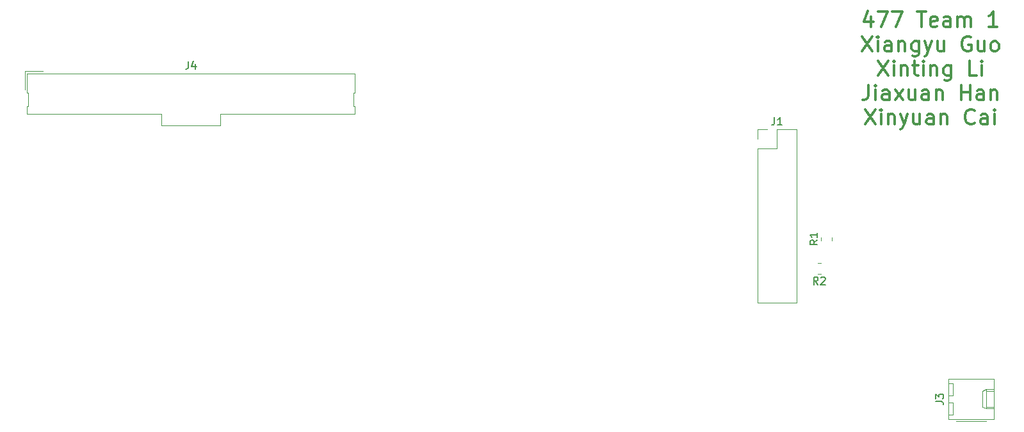
<source format=gbr>
%TF.GenerationSoftware,KiCad,Pcbnew,(6.0.4)*%
%TF.CreationDate,2023-03-10T15:04:28-05:00*%
%TF.ProjectId,Pi_part,50695f70-6172-4742-9e6b-696361645f70,v01*%
%TF.SameCoordinates,Original*%
%TF.FileFunction,Legend,Top*%
%TF.FilePolarity,Positive*%
%FSLAX46Y46*%
G04 Gerber Fmt 4.6, Leading zero omitted, Abs format (unit mm)*
G04 Created by KiCad (PCBNEW (6.0.4)) date 2023-03-10 15:04:28*
%MOMM*%
%LPD*%
G01*
G04 APERTURE LIST*
%ADD10C,0.300000*%
%ADD11C,0.150000*%
%ADD12C,0.120000*%
G04 APERTURE END LIST*
D10*
X201970359Y-70957377D02*
X201970359Y-72290710D01*
X201494168Y-70195472D02*
X201017978Y-71624044D01*
X202256073Y-71624044D01*
X202827502Y-70290710D02*
X204160835Y-70290710D01*
X203303692Y-72290710D01*
X204732263Y-70290710D02*
X206065597Y-70290710D01*
X205208454Y-72290710D01*
X208065597Y-70290710D02*
X209208454Y-70290710D01*
X208637025Y-72290710D02*
X208637025Y-70290710D01*
X210637025Y-72195472D02*
X210446549Y-72290710D01*
X210065597Y-72290710D01*
X209875121Y-72195472D01*
X209779882Y-72004996D01*
X209779882Y-71243091D01*
X209875121Y-71052615D01*
X210065597Y-70957377D01*
X210446549Y-70957377D01*
X210637025Y-71052615D01*
X210732263Y-71243091D01*
X210732263Y-71433568D01*
X209779882Y-71624044D01*
X212446549Y-72290710D02*
X212446549Y-71243091D01*
X212351311Y-71052615D01*
X212160835Y-70957377D01*
X211779882Y-70957377D01*
X211589406Y-71052615D01*
X212446549Y-72195472D02*
X212256073Y-72290710D01*
X211779882Y-72290710D01*
X211589406Y-72195472D01*
X211494168Y-72004996D01*
X211494168Y-71814520D01*
X211589406Y-71624044D01*
X211779882Y-71528806D01*
X212256073Y-71528806D01*
X212446549Y-71433568D01*
X213398930Y-72290710D02*
X213398930Y-70957377D01*
X213398930Y-71147853D02*
X213494168Y-71052615D01*
X213684644Y-70957377D01*
X213970359Y-70957377D01*
X214160835Y-71052615D01*
X214256073Y-71243091D01*
X214256073Y-72290710D01*
X214256073Y-71243091D02*
X214351311Y-71052615D01*
X214541787Y-70957377D01*
X214827502Y-70957377D01*
X215017978Y-71052615D01*
X215113216Y-71243091D01*
X215113216Y-72290710D01*
X218637025Y-72290710D02*
X217494168Y-72290710D01*
X218065597Y-72290710D02*
X218065597Y-70290710D01*
X217875121Y-70576425D01*
X217684644Y-70766901D01*
X217494168Y-70862139D01*
X200732263Y-73510710D02*
X202065597Y-75510710D01*
X202065597Y-73510710D02*
X200732263Y-75510710D01*
X202827502Y-75510710D02*
X202827502Y-74177377D01*
X202827502Y-73510710D02*
X202732263Y-73605949D01*
X202827502Y-73701187D01*
X202922740Y-73605949D01*
X202827502Y-73510710D01*
X202827502Y-73701187D01*
X204637025Y-75510710D02*
X204637025Y-74463091D01*
X204541787Y-74272615D01*
X204351311Y-74177377D01*
X203970359Y-74177377D01*
X203779882Y-74272615D01*
X204637025Y-75415472D02*
X204446549Y-75510710D01*
X203970359Y-75510710D01*
X203779882Y-75415472D01*
X203684644Y-75224996D01*
X203684644Y-75034520D01*
X203779882Y-74844044D01*
X203970359Y-74748806D01*
X204446549Y-74748806D01*
X204637025Y-74653568D01*
X205589406Y-74177377D02*
X205589406Y-75510710D01*
X205589406Y-74367853D02*
X205684644Y-74272615D01*
X205875121Y-74177377D01*
X206160835Y-74177377D01*
X206351311Y-74272615D01*
X206446549Y-74463091D01*
X206446549Y-75510710D01*
X208256073Y-74177377D02*
X208256073Y-75796425D01*
X208160835Y-75986901D01*
X208065597Y-76082139D01*
X207875121Y-76177377D01*
X207589406Y-76177377D01*
X207398930Y-76082139D01*
X208256073Y-75415472D02*
X208065597Y-75510710D01*
X207684644Y-75510710D01*
X207494168Y-75415472D01*
X207398930Y-75320234D01*
X207303692Y-75129758D01*
X207303692Y-74558329D01*
X207398930Y-74367853D01*
X207494168Y-74272615D01*
X207684644Y-74177377D01*
X208065597Y-74177377D01*
X208256073Y-74272615D01*
X209017978Y-74177377D02*
X209494168Y-75510710D01*
X209970359Y-74177377D02*
X209494168Y-75510710D01*
X209303692Y-75986901D01*
X209208454Y-76082139D01*
X209017978Y-76177377D01*
X211589406Y-74177377D02*
X211589406Y-75510710D01*
X210732263Y-74177377D02*
X210732263Y-75224996D01*
X210827502Y-75415472D01*
X211017978Y-75510710D01*
X211303692Y-75510710D01*
X211494168Y-75415472D01*
X211589406Y-75320234D01*
X215113216Y-73605949D02*
X214922740Y-73510710D01*
X214637025Y-73510710D01*
X214351311Y-73605949D01*
X214160835Y-73796425D01*
X214065597Y-73986901D01*
X213970359Y-74367853D01*
X213970359Y-74653568D01*
X214065597Y-75034520D01*
X214160835Y-75224996D01*
X214351311Y-75415472D01*
X214637025Y-75510710D01*
X214827502Y-75510710D01*
X215113216Y-75415472D01*
X215208454Y-75320234D01*
X215208454Y-74653568D01*
X214827502Y-74653568D01*
X216922740Y-74177377D02*
X216922740Y-75510710D01*
X216065597Y-74177377D02*
X216065597Y-75224996D01*
X216160835Y-75415472D01*
X216351311Y-75510710D01*
X216637025Y-75510710D01*
X216827502Y-75415472D01*
X216922740Y-75320234D01*
X218160835Y-75510710D02*
X217970359Y-75415472D01*
X217875121Y-75320234D01*
X217779882Y-75129758D01*
X217779882Y-74558329D01*
X217875121Y-74367853D01*
X217970359Y-74272615D01*
X218160835Y-74177377D01*
X218446549Y-74177377D01*
X218637025Y-74272615D01*
X218732263Y-74367853D01*
X218827502Y-74558329D01*
X218827502Y-75129758D01*
X218732263Y-75320234D01*
X218637025Y-75415472D01*
X218446549Y-75510710D01*
X218160835Y-75510710D01*
X202875121Y-76730710D02*
X204208454Y-78730710D01*
X204208454Y-76730710D02*
X202875121Y-78730710D01*
X204970359Y-78730710D02*
X204970359Y-77397377D01*
X204970359Y-76730710D02*
X204875121Y-76825949D01*
X204970359Y-76921187D01*
X205065597Y-76825949D01*
X204970359Y-76730710D01*
X204970359Y-76921187D01*
X205922740Y-77397377D02*
X205922740Y-78730710D01*
X205922740Y-77587853D02*
X206017978Y-77492615D01*
X206208454Y-77397377D01*
X206494168Y-77397377D01*
X206684644Y-77492615D01*
X206779882Y-77683091D01*
X206779882Y-78730710D01*
X207446549Y-77397377D02*
X208208454Y-77397377D01*
X207732263Y-76730710D02*
X207732263Y-78444996D01*
X207827502Y-78635472D01*
X208017978Y-78730710D01*
X208208454Y-78730710D01*
X208875121Y-78730710D02*
X208875121Y-77397377D01*
X208875121Y-76730710D02*
X208779882Y-76825949D01*
X208875121Y-76921187D01*
X208970359Y-76825949D01*
X208875121Y-76730710D01*
X208875121Y-76921187D01*
X209827502Y-77397377D02*
X209827502Y-78730710D01*
X209827502Y-77587853D02*
X209922740Y-77492615D01*
X210113216Y-77397377D01*
X210398930Y-77397377D01*
X210589406Y-77492615D01*
X210684644Y-77683091D01*
X210684644Y-78730710D01*
X212494168Y-77397377D02*
X212494168Y-79016425D01*
X212398930Y-79206901D01*
X212303692Y-79302139D01*
X212113216Y-79397377D01*
X211827502Y-79397377D01*
X211637025Y-79302139D01*
X212494168Y-78635472D02*
X212303692Y-78730710D01*
X211922740Y-78730710D01*
X211732263Y-78635472D01*
X211637025Y-78540234D01*
X211541787Y-78349758D01*
X211541787Y-77778329D01*
X211637025Y-77587853D01*
X211732263Y-77492615D01*
X211922740Y-77397377D01*
X212303692Y-77397377D01*
X212494168Y-77492615D01*
X215922740Y-78730710D02*
X214970359Y-78730710D01*
X214970359Y-76730710D01*
X216589406Y-78730710D02*
X216589406Y-77397377D01*
X216589406Y-76730710D02*
X216494168Y-76825949D01*
X216589406Y-76921187D01*
X216684644Y-76825949D01*
X216589406Y-76730710D01*
X216589406Y-76921187D01*
X201589406Y-79950710D02*
X201589406Y-81379282D01*
X201494168Y-81664996D01*
X201303692Y-81855472D01*
X201017978Y-81950710D01*
X200827502Y-81950710D01*
X202541787Y-81950710D02*
X202541787Y-80617377D01*
X202541787Y-79950710D02*
X202446549Y-80045949D01*
X202541787Y-80141187D01*
X202637025Y-80045949D01*
X202541787Y-79950710D01*
X202541787Y-80141187D01*
X204351311Y-81950710D02*
X204351311Y-80903091D01*
X204256073Y-80712615D01*
X204065597Y-80617377D01*
X203684644Y-80617377D01*
X203494168Y-80712615D01*
X204351311Y-81855472D02*
X204160835Y-81950710D01*
X203684644Y-81950710D01*
X203494168Y-81855472D01*
X203398930Y-81664996D01*
X203398930Y-81474520D01*
X203494168Y-81284044D01*
X203684644Y-81188806D01*
X204160835Y-81188806D01*
X204351311Y-81093568D01*
X205113216Y-81950710D02*
X206160835Y-80617377D01*
X205113216Y-80617377D02*
X206160835Y-81950710D01*
X207779882Y-80617377D02*
X207779882Y-81950710D01*
X206922740Y-80617377D02*
X206922740Y-81664996D01*
X207017978Y-81855472D01*
X207208454Y-81950710D01*
X207494168Y-81950710D01*
X207684644Y-81855472D01*
X207779882Y-81760234D01*
X209589406Y-81950710D02*
X209589406Y-80903091D01*
X209494168Y-80712615D01*
X209303692Y-80617377D01*
X208922740Y-80617377D01*
X208732263Y-80712615D01*
X209589406Y-81855472D02*
X209398930Y-81950710D01*
X208922740Y-81950710D01*
X208732263Y-81855472D01*
X208637025Y-81664996D01*
X208637025Y-81474520D01*
X208732263Y-81284044D01*
X208922740Y-81188806D01*
X209398930Y-81188806D01*
X209589406Y-81093568D01*
X210541787Y-80617377D02*
X210541787Y-81950710D01*
X210541787Y-80807853D02*
X210637025Y-80712615D01*
X210827502Y-80617377D01*
X211113216Y-80617377D01*
X211303692Y-80712615D01*
X211398930Y-80903091D01*
X211398930Y-81950710D01*
X213875121Y-81950710D02*
X213875121Y-79950710D01*
X213875121Y-80903091D02*
X215017978Y-80903091D01*
X215017978Y-81950710D02*
X215017978Y-79950710D01*
X216827502Y-81950710D02*
X216827502Y-80903091D01*
X216732263Y-80712615D01*
X216541787Y-80617377D01*
X216160835Y-80617377D01*
X215970359Y-80712615D01*
X216827502Y-81855472D02*
X216637025Y-81950710D01*
X216160835Y-81950710D01*
X215970359Y-81855472D01*
X215875121Y-81664996D01*
X215875121Y-81474520D01*
X215970359Y-81284044D01*
X216160835Y-81188806D01*
X216637025Y-81188806D01*
X216827502Y-81093568D01*
X217779882Y-80617377D02*
X217779882Y-81950710D01*
X217779882Y-80807853D02*
X217875121Y-80712615D01*
X218065597Y-80617377D01*
X218351311Y-80617377D01*
X218541787Y-80712615D01*
X218637025Y-80903091D01*
X218637025Y-81950710D01*
X201160835Y-83170710D02*
X202494168Y-85170710D01*
X202494168Y-83170710D02*
X201160835Y-85170710D01*
X203256073Y-85170710D02*
X203256073Y-83837377D01*
X203256073Y-83170710D02*
X203160835Y-83265949D01*
X203256073Y-83361187D01*
X203351311Y-83265949D01*
X203256073Y-83170710D01*
X203256073Y-83361187D01*
X204208454Y-83837377D02*
X204208454Y-85170710D01*
X204208454Y-84027853D02*
X204303692Y-83932615D01*
X204494168Y-83837377D01*
X204779882Y-83837377D01*
X204970359Y-83932615D01*
X205065597Y-84123091D01*
X205065597Y-85170710D01*
X205827502Y-83837377D02*
X206303692Y-85170710D01*
X206779882Y-83837377D02*
X206303692Y-85170710D01*
X206113216Y-85646901D01*
X206017978Y-85742139D01*
X205827502Y-85837377D01*
X208398930Y-83837377D02*
X208398930Y-85170710D01*
X207541787Y-83837377D02*
X207541787Y-84884996D01*
X207637025Y-85075472D01*
X207827502Y-85170710D01*
X208113216Y-85170710D01*
X208303692Y-85075472D01*
X208398930Y-84980234D01*
X210208454Y-85170710D02*
X210208454Y-84123091D01*
X210113216Y-83932615D01*
X209922740Y-83837377D01*
X209541787Y-83837377D01*
X209351311Y-83932615D01*
X210208454Y-85075472D02*
X210017978Y-85170710D01*
X209541787Y-85170710D01*
X209351311Y-85075472D01*
X209256073Y-84884996D01*
X209256073Y-84694520D01*
X209351311Y-84504044D01*
X209541787Y-84408806D01*
X210017978Y-84408806D01*
X210208454Y-84313568D01*
X211160835Y-83837377D02*
X211160835Y-85170710D01*
X211160835Y-84027853D02*
X211256073Y-83932615D01*
X211446549Y-83837377D01*
X211732263Y-83837377D01*
X211922740Y-83932615D01*
X212017978Y-84123091D01*
X212017978Y-85170710D01*
X215637025Y-84980234D02*
X215541787Y-85075472D01*
X215256073Y-85170710D01*
X215065597Y-85170710D01*
X214779882Y-85075472D01*
X214589406Y-84884996D01*
X214494168Y-84694520D01*
X214398930Y-84313568D01*
X214398930Y-84027853D01*
X214494168Y-83646901D01*
X214589406Y-83456425D01*
X214779882Y-83265949D01*
X215065597Y-83170710D01*
X215256073Y-83170710D01*
X215541787Y-83265949D01*
X215637025Y-83361187D01*
X217351311Y-85170710D02*
X217351311Y-84123091D01*
X217256073Y-83932615D01*
X217065597Y-83837377D01*
X216684644Y-83837377D01*
X216494168Y-83932615D01*
X217351311Y-85075472D02*
X217160835Y-85170710D01*
X216684644Y-85170710D01*
X216494168Y-85075472D01*
X216398930Y-84884996D01*
X216398930Y-84694520D01*
X216494168Y-84504044D01*
X216684644Y-84408806D01*
X217160835Y-84408806D01*
X217351311Y-84313568D01*
X218303692Y-85170710D02*
X218303692Y-83837377D01*
X218303692Y-83170710D02*
X218208454Y-83265949D01*
X218303692Y-83361187D01*
X218398930Y-83265949D01*
X218303692Y-83170710D01*
X218303692Y-83361187D01*
D11*
%TO.C,J3*%
X210513882Y-121847282D02*
X211228168Y-121847282D01*
X211371025Y-121894901D01*
X211466263Y-121990139D01*
X211513882Y-122132996D01*
X211513882Y-122228234D01*
X210513882Y-121466329D02*
X210513882Y-120847282D01*
X210894835Y-121180615D01*
X210894835Y-121037758D01*
X210942454Y-120942520D01*
X210990073Y-120894901D01*
X211085311Y-120847282D01*
X211323406Y-120847282D01*
X211418644Y-120894901D01*
X211466263Y-120942520D01*
X211513882Y-121037758D01*
X211513882Y-121323472D01*
X211466263Y-121418710D01*
X211418644Y-121466329D01*
%TO.C,R1*%
X194855882Y-100492615D02*
X194379692Y-100825949D01*
X194855882Y-101064044D02*
X193855882Y-101064044D01*
X193855882Y-100683091D01*
X193903502Y-100587853D01*
X193951121Y-100540234D01*
X194046359Y-100492615D01*
X194189216Y-100492615D01*
X194284454Y-100540234D01*
X194332073Y-100587853D01*
X194379692Y-100683091D01*
X194379692Y-101064044D01*
X194855882Y-99540234D02*
X194855882Y-100111663D01*
X194855882Y-99825949D02*
X193855882Y-99825949D01*
X193998740Y-99921187D01*
X194093978Y-100016425D01*
X194141597Y-100111663D01*
%TO.C,J1*%
X189185168Y-84248329D02*
X189185168Y-84962615D01*
X189137549Y-85105472D01*
X189042311Y-85200710D01*
X188899454Y-85248329D01*
X188804216Y-85248329D01*
X190185168Y-85248329D02*
X189613740Y-85248329D01*
X189899454Y-85248329D02*
X189899454Y-84248329D01*
X189804216Y-84391187D01*
X189708978Y-84486425D01*
X189613740Y-84534044D01*
%TO.C,J4*%
X111700168Y-76828329D02*
X111700168Y-77542615D01*
X111652549Y-77685472D01*
X111557311Y-77780710D01*
X111414454Y-77828329D01*
X111319216Y-77828329D01*
X112604930Y-77161663D02*
X112604930Y-77828329D01*
X112366835Y-76780710D02*
X112128740Y-77494996D01*
X112747787Y-77494996D01*
%TO.C,R2*%
X194936835Y-106368329D02*
X194603502Y-105892139D01*
X194365406Y-106368329D02*
X194365406Y-105368329D01*
X194746359Y-105368329D01*
X194841597Y-105415949D01*
X194889216Y-105463568D01*
X194936835Y-105558806D01*
X194936835Y-105701663D01*
X194889216Y-105796901D01*
X194841597Y-105844520D01*
X194746359Y-105892139D01*
X194365406Y-105892139D01*
X195317787Y-105463568D02*
X195365406Y-105415949D01*
X195460644Y-105368329D01*
X195698740Y-105368329D01*
X195793978Y-105415949D01*
X195841597Y-105463568D01*
X195889216Y-105558806D01*
X195889216Y-105654044D01*
X195841597Y-105796901D01*
X195270168Y-106368329D01*
X195889216Y-106368329D01*
D12*
%TO.C,J3*%
X212751502Y-121983949D02*
X212151502Y-121983949D01*
X216641502Y-122533949D02*
X216641502Y-120493949D01*
X218171502Y-122533949D02*
X217171502Y-122533949D01*
X218171502Y-124163949D02*
X218171502Y-118863949D01*
X216641502Y-120493949D02*
X217171502Y-120243949D01*
X212751502Y-119443949D02*
X212151502Y-119443949D01*
X217171502Y-122783949D02*
X217171502Y-120243949D01*
X213181502Y-124453949D02*
X217181502Y-124453949D01*
X218171502Y-120493949D02*
X217171502Y-120493949D01*
X212751502Y-121043949D02*
X212751502Y-119443949D01*
X217171502Y-120243949D02*
X218171502Y-120243949D01*
X212151502Y-124163949D02*
X218171502Y-124163949D01*
X212151502Y-121043949D02*
X212751502Y-121043949D01*
X212751502Y-123583949D02*
X212751502Y-121983949D01*
X218171502Y-122783949D02*
X217171502Y-122783949D01*
X218171502Y-118863949D02*
X212151502Y-118863949D01*
X212151502Y-118863949D02*
X212151502Y-124163949D01*
X212151502Y-123583949D02*
X212751502Y-123583949D01*
X217171502Y-122783949D02*
X216641502Y-122533949D01*
%TO.C,R1*%
X195318502Y-100553013D02*
X195318502Y-100098885D01*
X196788502Y-100553013D02*
X196788502Y-100098885D01*
%TO.C,J1*%
X186918502Y-85795949D02*
X188248502Y-85795949D01*
X186918502Y-108775949D02*
X192118502Y-108775949D01*
X189518502Y-85795949D02*
X192118502Y-85795949D01*
X186918502Y-88395949D02*
X189518502Y-88395949D01*
X186918502Y-88395949D02*
X186918502Y-108775949D01*
X189518502Y-88395949D02*
X189518502Y-85795949D01*
X186918502Y-87125949D02*
X186918502Y-85795949D01*
X192118502Y-85795949D02*
X192118502Y-108775949D01*
%TO.C,J4*%
X90503502Y-82805949D02*
X90373502Y-82805949D01*
X90373502Y-83785949D02*
X108113502Y-83785949D01*
X115953502Y-83785949D02*
X133693502Y-83785949D01*
X133693502Y-82805949D02*
X133563502Y-82805949D01*
X133563502Y-82805949D02*
X133563502Y-80995949D01*
X90503502Y-80995949D02*
X90503502Y-82805949D01*
X133693502Y-80995949D02*
X133693502Y-78465949D01*
X90073502Y-80575949D02*
X90073502Y-78165949D01*
X90073502Y-78165949D02*
X92483502Y-78165949D01*
X115953502Y-85285949D02*
X115953502Y-83785949D01*
X108113502Y-83785949D02*
X108113502Y-85285949D01*
X90373502Y-78465949D02*
X90373502Y-80995949D01*
X133563502Y-80995949D02*
X133693502Y-80995949D01*
X90373502Y-82805949D02*
X90373502Y-83785949D01*
X133693502Y-78465949D02*
X90373502Y-78465949D01*
X90373502Y-80995949D02*
X90503502Y-80995949D01*
X108113502Y-85285949D02*
X115953502Y-85285949D01*
X133693502Y-83785949D02*
X133693502Y-82805949D01*
%TO.C,R2*%
X195330566Y-105000949D02*
X194876438Y-105000949D01*
X195330566Y-103530949D02*
X194876438Y-103530949D01*
%TD*%
M02*

</source>
